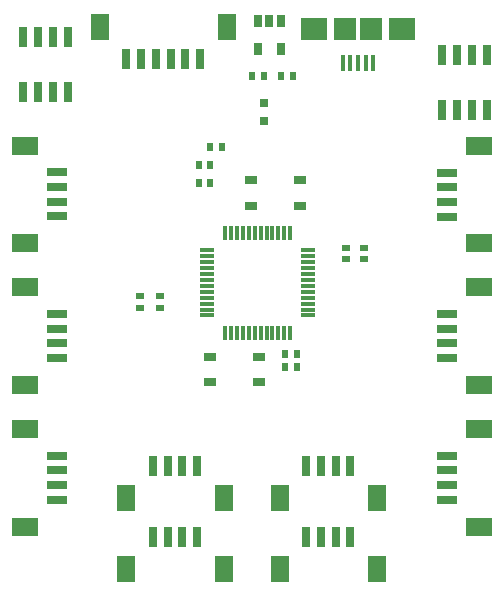
<source format=gts>
G04 (created by PCBNEW (25-Oct-2014 BZR 4029)-stable) date Fri 14 Aug 2015 02:05:26 PM EDT*
%MOIN*%
G04 Gerber Fmt 3.4, Leading zero omitted, Abs format*
%FSLAX34Y34*%
G01*
G70*
G90*
G04 APERTURE LIST*
%ADD10C,0.00393701*%
%ADD11R,0.0275591X0.0708661*%
%ADD12R,0.0629921X0.0866142*%
%ADD13R,0.0473228X0.0118898*%
%ADD14R,0.0118898X0.0473228*%
%ADD15R,0.0748031X0.0748031*%
%ADD16R,0.0905512X0.0748031*%
%ADD17R,0.015748X0.0551181*%
%ADD18R,0.0275591X0.0393701*%
%ADD19R,0.0283465X0.0700787*%
%ADD20R,0.0708661X0.0275591*%
%ADD21R,0.0866142X0.0629921*%
%ADD22R,0.0314961X0.0314961*%
%ADD23R,0.023622X0.0275591*%
%ADD24R,0.0275591X0.023622*%
%ADD25R,0.0413386X0.0255906*%
G04 APERTURE END LIST*
G54D10*
G54D11*
X46998Y-49212D03*
X46505Y-49212D03*
X47490Y-49212D03*
X47972Y-49212D03*
G54D12*
X48868Y-50275D03*
X45620Y-50275D03*
G54D13*
X48326Y-39665D03*
X48326Y-39862D03*
X48326Y-40059D03*
X48326Y-40255D03*
X48326Y-40452D03*
X48326Y-40649D03*
X48326Y-40846D03*
X48326Y-41043D03*
X48326Y-41240D03*
X48326Y-41437D03*
X48326Y-41633D03*
X48326Y-41830D03*
X51673Y-41830D03*
X51673Y-41633D03*
X51673Y-41437D03*
X51673Y-41240D03*
X51673Y-41043D03*
X51673Y-40846D03*
X51673Y-40649D03*
X51673Y-40452D03*
X51673Y-40255D03*
X51673Y-40059D03*
X51673Y-39862D03*
X51673Y-39665D03*
G54D14*
X48917Y-42421D03*
X49114Y-42421D03*
X49311Y-42421D03*
X49507Y-42421D03*
X49704Y-42421D03*
X49901Y-42421D03*
X50098Y-42421D03*
X50295Y-42421D03*
X50492Y-42421D03*
X50688Y-42421D03*
X50885Y-42421D03*
X51082Y-42421D03*
X51082Y-39074D03*
X50885Y-39074D03*
X50688Y-39074D03*
X50492Y-39074D03*
X50295Y-39074D03*
X50098Y-39074D03*
X49901Y-39074D03*
X49704Y-39074D03*
X49507Y-39074D03*
X49311Y-39074D03*
X49114Y-39074D03*
X48917Y-39074D03*
G54D15*
X53779Y-32283D03*
X52913Y-32283D03*
G54D16*
X54822Y-32283D03*
X51870Y-32283D03*
G54D17*
X53346Y-33405D03*
X53602Y-33405D03*
X53858Y-33405D03*
X53090Y-33405D03*
X52834Y-33405D03*
G54D18*
X50393Y-32007D03*
X50767Y-32007D03*
X50019Y-32007D03*
X50767Y-32952D03*
X50019Y-32952D03*
G54D19*
X56639Y-34976D03*
X56139Y-34976D03*
X57139Y-34976D03*
X57639Y-34976D03*
X57639Y-33133D03*
X57139Y-33133D03*
X56639Y-33133D03*
X56139Y-33133D03*
X43163Y-32543D03*
X43663Y-32543D03*
X42663Y-32543D03*
X42163Y-32543D03*
X42163Y-34385D03*
X42663Y-34385D03*
X43163Y-34385D03*
X43663Y-34385D03*
G54D11*
X47096Y-33267D03*
X47588Y-33267D03*
X48080Y-33267D03*
X46604Y-33267D03*
X46112Y-33267D03*
X45620Y-33267D03*
G54D12*
X44734Y-32204D03*
X48966Y-32204D03*
G54D11*
X46998Y-46850D03*
X46505Y-46850D03*
X47490Y-46850D03*
X47972Y-46850D03*
G54D12*
X48868Y-47913D03*
X45620Y-47913D03*
G54D20*
X43307Y-37549D03*
X43307Y-37057D03*
X43307Y-38041D03*
X43307Y-38523D03*
G54D21*
X42244Y-39419D03*
X42244Y-36171D03*
G54D20*
X43307Y-42273D03*
X43307Y-41781D03*
X43307Y-42765D03*
X43307Y-43248D03*
G54D21*
X42244Y-44143D03*
X42244Y-40895D03*
G54D20*
X43307Y-46998D03*
X43307Y-46505D03*
X43307Y-47490D03*
X43307Y-47972D03*
G54D21*
X42244Y-48868D03*
X42244Y-45620D03*
G54D11*
X52116Y-49212D03*
X51624Y-49212D03*
X52608Y-49212D03*
X53090Y-49212D03*
G54D12*
X53986Y-50275D03*
X50738Y-50275D03*
G54D11*
X52116Y-46850D03*
X51624Y-46850D03*
X52608Y-46850D03*
X53090Y-46850D03*
G54D12*
X53986Y-47913D03*
X50738Y-47913D03*
G54D20*
X56299Y-47490D03*
X56299Y-47982D03*
X56299Y-46998D03*
X56299Y-46515D03*
G54D21*
X57362Y-45620D03*
X57362Y-48868D03*
G54D20*
X56299Y-42765D03*
X56299Y-43257D03*
X56299Y-42273D03*
X56299Y-41791D03*
G54D21*
X57362Y-40895D03*
X57362Y-44143D03*
G54D20*
X56299Y-38041D03*
X56299Y-38533D03*
X56299Y-37549D03*
X56299Y-37066D03*
G54D21*
X57362Y-36171D03*
X57362Y-39419D03*
G54D22*
X50196Y-35334D03*
X50196Y-34744D03*
G54D23*
X48031Y-37401D03*
X48425Y-37401D03*
G54D24*
X46732Y-41181D03*
X46732Y-41574D03*
X52952Y-39566D03*
X52952Y-39960D03*
G54D23*
X50905Y-43110D03*
X51299Y-43110D03*
X48425Y-36811D03*
X48031Y-36811D03*
G54D24*
X53543Y-39566D03*
X53543Y-39960D03*
X46062Y-41181D03*
X46062Y-41574D03*
G54D23*
X50905Y-43543D03*
X51299Y-43543D03*
X48818Y-36220D03*
X48425Y-36220D03*
X49803Y-33858D03*
X50196Y-33858D03*
X50787Y-33858D03*
X51181Y-33858D03*
G54D25*
X49773Y-38175D03*
X49773Y-37328D03*
X51407Y-38175D03*
X51407Y-37328D03*
X48423Y-44064D03*
X48423Y-43218D03*
X50057Y-44064D03*
X50057Y-43218D03*
M02*

</source>
